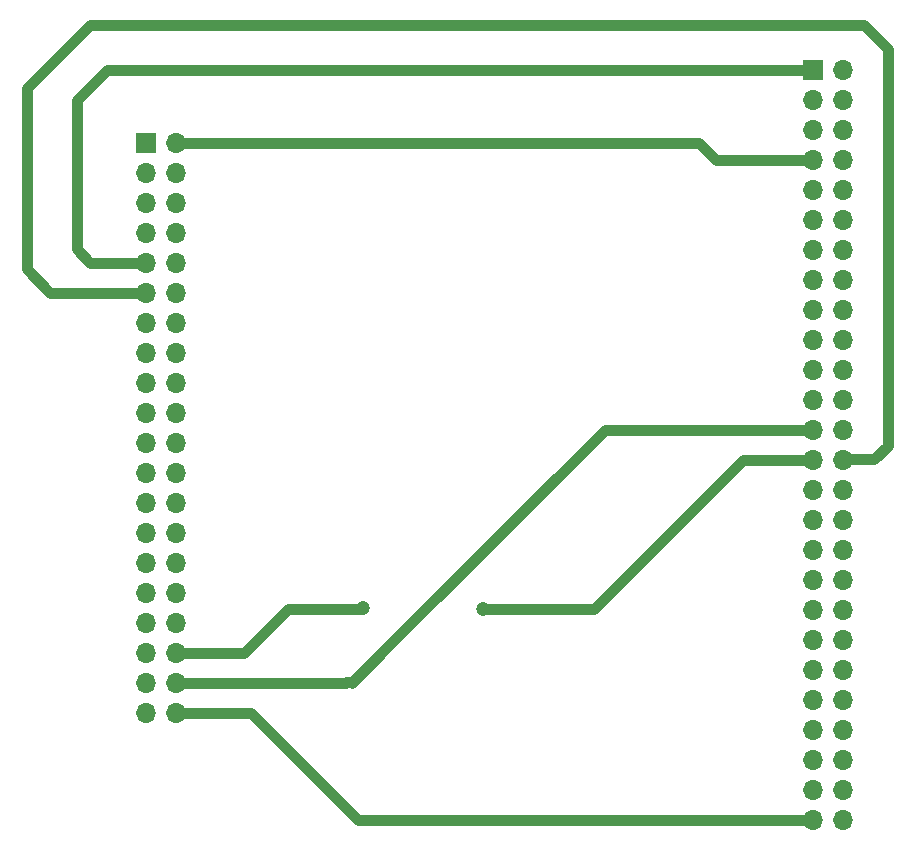
<source format=gbr>
%TF.GenerationSoftware,KiCad,Pcbnew,8.0.0*%
%TF.CreationDate,2024-03-07T15:34:18+01:00*%
%TF.ProjectId,lora,6c6f7261-2e6b-4696-9361-645f70636258,rev?*%
%TF.SameCoordinates,Original*%
%TF.FileFunction,Copper,L2,Bot*%
%TF.FilePolarity,Positive*%
%FSLAX46Y46*%
G04 Gerber Fmt 4.6, Leading zero omitted, Abs format (unit mm)*
G04 Created by KiCad (PCBNEW 8.0.0) date 2024-03-07 15:34:18*
%MOMM*%
%LPD*%
G01*
G04 APERTURE LIST*
%TA.AperFunction,ComponentPad*%
%ADD10R,1.700000X1.700000*%
%TD*%
%TA.AperFunction,ComponentPad*%
%ADD11O,1.700000X1.700000*%
%TD*%
%TA.AperFunction,ViaPad*%
%ADD12C,1.200000*%
%TD*%
%TA.AperFunction,Conductor*%
%ADD13C,0.900000*%
%TD*%
G04 APERTURE END LIST*
D10*
%TO.P,U1,1,1*%
%TO.N,Net-(U1-Pad1)*%
X133160000Y-38700000D03*
D11*
%TO.P,U1,2,2*%
%TO.N,unconnected-(U1-Pad2)*%
X135700000Y-38700000D03*
%TO.P,U1,3,3*%
%TO.N,unconnected-(U1-Pad3)*%
X133160000Y-41240000D03*
%TO.P,U1,4,4*%
%TO.N,unconnected-(U1-Pad4)*%
X135700000Y-41240000D03*
%TO.P,U1,5,5*%
%TO.N,unconnected-(U1-Pad5)*%
X133160000Y-43780000D03*
%TO.P,U1,6,6*%
%TO.N,unconnected-(U1-Pad6)*%
X135700000Y-43780000D03*
%TO.P,U1,7,7*%
%TO.N,Net-(U1-Pad7)*%
X133160000Y-46320000D03*
%TO.P,U1,8,8*%
%TO.N,unconnected-(U1-Pad8)*%
X135700000Y-46320000D03*
%TO.P,U1,9,9*%
%TO.N,unconnected-(U1-Pad9)*%
X133160000Y-48860000D03*
%TO.P,U1,10,10*%
%TO.N,unconnected-(U1-Pad10)*%
X135700000Y-48860000D03*
%TO.P,U1,11,11*%
%TO.N,unconnected-(U1-Pad11)*%
X133160000Y-51400000D03*
%TO.P,U1,12,12*%
%TO.N,unconnected-(U1-Pad12)*%
X135700000Y-51400000D03*
%TO.P,U1,13,13*%
%TO.N,unconnected-(U1-Pad13)*%
X133160000Y-53940000D03*
%TO.P,U1,14,14*%
%TO.N,unconnected-(U1-Pad14)*%
X135700000Y-53940000D03*
%TO.P,U1,15,15*%
%TO.N,unconnected-(U1-Pad15)*%
X133160000Y-56480000D03*
%TO.P,U1,16,16*%
%TO.N,unconnected-(U1-Pad16)*%
X135700000Y-56480000D03*
%TO.P,U1,17,17*%
%TO.N,unconnected-(U1-Pad17)*%
X133160000Y-59020000D03*
%TO.P,U1,18,18*%
%TO.N,unconnected-(U1-Pad18)*%
X135700000Y-59020000D03*
%TO.P,U1,19,19*%
%TO.N,unconnected-(U1-Pad19)*%
X133160000Y-61560000D03*
%TO.P,U1,20,20*%
%TO.N,unconnected-(U1-Pad20)*%
X135700000Y-61560000D03*
%TO.P,U1,21,21*%
%TO.N,unconnected-(U1-Pad21)*%
X133160000Y-64100000D03*
%TO.P,U1,22,22*%
%TO.N,unconnected-(U1-Pad22)*%
X135700000Y-64100000D03*
%TO.P,U1,23,23*%
%TO.N,unconnected-(U1-Pad23)*%
X133160000Y-66640000D03*
%TO.P,U1,24,24*%
%TO.N,unconnected-(U1-Pad24)*%
X135700000Y-66640000D03*
%TO.P,U1,25,25*%
%TO.N,Net-(U1-Pad25)*%
X133160000Y-69180000D03*
%TO.P,U1,26,26*%
%TO.N,unconnected-(U1-Pad26)*%
X135700000Y-69180000D03*
%TO.P,U1,27,27*%
%TO.N,Net-(U1-Pad27)*%
X133160000Y-71720000D03*
%TO.P,U1,28,28*%
%TO.N,Net-(U1-Pad28)*%
X135700000Y-71720000D03*
%TO.P,U1,29,29*%
%TO.N,unconnected-(U1-Pad29)*%
X133160000Y-74260000D03*
%TO.P,U1,30,30*%
%TO.N,unconnected-(U1-Pad30)*%
X135700000Y-74260000D03*
%TO.P,U1,31,31*%
%TO.N,unconnected-(U1-Pad31)*%
X133160000Y-76800000D03*
%TO.P,U1,32,32*%
%TO.N,unconnected-(U1-Pad32)*%
X135700000Y-76800000D03*
%TO.P,U1,33,33*%
%TO.N,unconnected-(U1-Pad33)*%
X133160000Y-79340000D03*
%TO.P,U1,34,34*%
%TO.N,unconnected-(U1-Pad34)*%
X135700000Y-79340000D03*
%TO.P,U1,35,35*%
%TO.N,unconnected-(U1-Pad35)*%
X133160000Y-81880000D03*
%TO.P,U1,36,36*%
%TO.N,unconnected-(U1-Pad36)*%
X135700000Y-81880000D03*
%TO.P,U1,37,37*%
%TO.N,unconnected-(U1-Pad37)*%
X133160000Y-84420000D03*
%TO.P,U1,38,38*%
%TO.N,unconnected-(U1-Pad38)*%
X135700000Y-84420000D03*
%TO.P,U1,39,39*%
%TO.N,unconnected-(U1-Pad39)*%
X133160000Y-86960000D03*
%TO.P,U1,40,40*%
%TO.N,unconnected-(U1-Pad40)*%
X135700000Y-86960000D03*
%TO.P,U1,41,41*%
%TO.N,unconnected-(U1-Pad41)*%
X133160000Y-89500000D03*
%TO.P,U1,42,42*%
%TO.N,unconnected-(U1-Pad42)*%
X135700000Y-89500000D03*
%TO.P,U1,43,43*%
%TO.N,unconnected-(U1-Pad43)*%
X133160000Y-92040000D03*
%TO.P,U1,44,44*%
%TO.N,unconnected-(U1-Pad44)*%
X135700000Y-92040000D03*
%TO.P,U1,45,45*%
%TO.N,unconnected-(U1-Pad45)*%
X133160000Y-94580000D03*
%TO.P,U1,46,46*%
%TO.N,unconnected-(U1-Pad46)*%
X135700000Y-94580000D03*
%TO.P,U1,47,47*%
%TO.N,unconnected-(U1-Pad47)*%
X133160000Y-97120000D03*
%TO.P,U1,48,48*%
%TO.N,unconnected-(U1-Pad48)*%
X135700000Y-97120000D03*
%TO.P,U1,49,49*%
%TO.N,unconnected-(U1-Pad49)*%
X133160000Y-99660000D03*
%TO.P,U1,50,50*%
%TO.N,unconnected-(U1-Pad50)*%
X135700000Y-99660000D03*
%TO.P,U1,51,51*%
%TO.N,Net-(U1-Pad51)*%
X133160000Y-102200000D03*
%TO.P,U1,52,52*%
%TO.N,unconnected-(U1-Pad52)*%
X135700000Y-102200000D03*
%TD*%
%TO.P,U2,40,40*%
%TO.N,Net-(U1-Pad51)*%
X79290000Y-93140000D03*
%TO.P,U2,39,39*%
%TO.N,unconnected-(U2-Pad39)*%
X76750000Y-93140000D03*
%TO.P,U2,38,38*%
%TO.N,Net-(U1-Pad25)*%
X79290000Y-90600000D03*
%TO.P,U2,37,37*%
%TO.N,unconnected-(U2-Pad37)*%
X76750000Y-90600000D03*
%TO.P,U2,36,36*%
%TO.N,Net-(U1-Pad27)*%
X79290000Y-88060000D03*
%TO.P,U2,35,35*%
%TO.N,unconnected-(U2-Pad35)*%
X76750000Y-88060000D03*
%TO.P,U2,34,34*%
%TO.N,unconnected-(U2-Pad34)*%
X79290000Y-85520000D03*
%TO.P,U2,33,33*%
%TO.N,unconnected-(U2-Pad33)*%
X76750000Y-85520000D03*
%TO.P,U2,32,32*%
%TO.N,unconnected-(U2-Pad32)*%
X79290000Y-82980000D03*
%TO.P,U2,31,31*%
%TO.N,unconnected-(U2-Pad31)*%
X76750000Y-82980000D03*
%TO.P,U2,30,30*%
%TO.N,unconnected-(U2-Pad30)*%
X79290000Y-80440000D03*
%TO.P,U2,29,29*%
%TO.N,unconnected-(U2-Pad29)*%
X76750000Y-80440000D03*
%TO.P,U2,28,28*%
%TO.N,unconnected-(U2-Pad28)*%
X79290000Y-77900000D03*
%TO.P,U2,27,27*%
%TO.N,unconnected-(U2-Pad27)*%
X76750000Y-77900000D03*
%TO.P,U2,26,26*%
%TO.N,unconnected-(U2-Pad26)*%
X79290000Y-75360000D03*
%TO.P,U2,25,25*%
%TO.N,unconnected-(U2-Pad25)*%
X76750000Y-75360000D03*
%TO.P,U2,24,24*%
%TO.N,unconnected-(U2-Pad24)*%
X79290000Y-72820000D03*
%TO.P,U2,23,23*%
%TO.N,unconnected-(U2-Pad23)*%
X76750000Y-72820000D03*
%TO.P,U2,22,22*%
%TO.N,unconnected-(U2-Pad22)*%
X79290000Y-70280000D03*
%TO.P,U2,21,21*%
%TO.N,unconnected-(U2-Pad21)*%
X76750000Y-70280000D03*
%TO.P,U2,20,20*%
%TO.N,unconnected-(U2-Pad20)*%
X79290000Y-67740000D03*
%TO.P,U2,19,19*%
%TO.N,unconnected-(U2-Pad19)*%
X76750000Y-67740000D03*
%TO.P,U2,18,18*%
%TO.N,unconnected-(U2-Pad18)*%
X79290000Y-65200000D03*
%TO.P,U2,17,17*%
%TO.N,unconnected-(U2-Pad17)*%
X76750000Y-65200000D03*
%TO.P,U2,16,16*%
%TO.N,unconnected-(U2-Pad16)*%
X79290000Y-62660000D03*
%TO.P,U2,15,15*%
%TO.N,unconnected-(U2-Pad15)*%
X76750000Y-62660000D03*
%TO.P,U2,14,14*%
%TO.N,unconnected-(U2-Pad14)*%
X79290000Y-60120000D03*
%TO.P,U2,13,13*%
%TO.N,unconnected-(U2-Pad13)*%
X76750000Y-60120000D03*
%TO.P,U2,12,12*%
%TO.N,unconnected-(U2-Pad12)*%
X79290000Y-57580000D03*
%TO.P,U2,11,11*%
%TO.N,Net-(U1-Pad28)*%
X76750000Y-57580000D03*
%TO.P,U2,10,10*%
%TO.N,unconnected-(U2-Pad10)*%
X79290000Y-55040000D03*
%TO.P,U2,9,9*%
%TO.N,Net-(U1-Pad1)*%
X76750000Y-55040000D03*
%TO.P,U2,8,8*%
%TO.N,unconnected-(U2-Pad8)*%
X79290000Y-52500000D03*
%TO.P,U2,7,7*%
%TO.N,unconnected-(U2-Pad7)*%
X76750000Y-52500000D03*
%TO.P,U2,6,6*%
%TO.N,unconnected-(U2-Pad6)*%
X79290000Y-49960000D03*
%TO.P,U2,5,5*%
%TO.N,unconnected-(U2-Pad5)*%
X76750000Y-49960000D03*
%TO.P,U2,4,4*%
%TO.N,unconnected-(U2-Pad4)*%
X79290000Y-47420000D03*
%TO.P,U2,3,3*%
%TO.N,unconnected-(U2-Pad3)*%
X76750000Y-47420000D03*
%TO.P,U2,2,2*%
%TO.N,Net-(U1-Pad7)*%
X79290000Y-44880000D03*
D10*
%TO.P,U2,1,1*%
%TO.N,unconnected-(U2-Pad1)*%
X76750000Y-44880000D03*
%TD*%
D12*
%TO.N,Net-(U1-Pad27)*%
X95072200Y-84302600D03*
X105206800Y-84328000D03*
%TD*%
D13*
%TO.N,Net-(U1-Pad27)*%
X129489200Y-71720000D02*
X127238200Y-71720000D01*
X133160000Y-71720000D02*
X129489200Y-71720000D01*
X105252000Y-84350000D02*
X105206800Y-84328000D01*
X127238200Y-71720000D02*
X114608200Y-84350000D01*
X114608200Y-84350000D02*
X105252000Y-84350000D01*
%TO.N,Net-(U1-Pad25)*%
X93610000Y-90600000D02*
X79290000Y-90600000D01*
X93650000Y-90560000D02*
X93610000Y-90600000D01*
X97300300Y-87419700D02*
X94120000Y-90600000D01*
X97300300Y-87419700D02*
X94160000Y-90560000D01*
X115540000Y-69180000D02*
X97300300Y-87419700D01*
%TO.N,Net-(U1-Pad27)*%
X95097600Y-84328000D02*
X95098000Y-84328000D01*
X95072200Y-84302600D02*
X95097600Y-84328000D01*
X95046800Y-84328000D02*
X95072200Y-84302600D01*
X105208000Y-84350000D02*
X105206800Y-84328000D01*
X105230000Y-84350000D02*
X105208000Y-84350000D01*
%TO.N,Net-(U1-Pad28)*%
X68629000Y-57580000D02*
X76750000Y-57580000D01*
X66649600Y-55600600D02*
X68629000Y-57580000D01*
X71932800Y-34925000D02*
X66649600Y-40208200D01*
X137515600Y-34925000D02*
X71932800Y-34925000D01*
X139522200Y-36931600D02*
X137515600Y-34925000D01*
X66649600Y-40208200D02*
X66649600Y-55600600D01*
X139522200Y-70535800D02*
X139522200Y-36931600D01*
X135741200Y-71678800D02*
X138379200Y-71678800D01*
X135700000Y-71720000D02*
X135741200Y-71678800D01*
X138379200Y-71678800D02*
X139522200Y-70535800D01*
%TO.N,Net-(U1-Pad1)*%
X70840600Y-41300400D02*
X73441000Y-38700000D01*
X70840600Y-53873400D02*
X70840600Y-41300400D01*
X72007200Y-55040000D02*
X70840600Y-53873400D01*
X76750000Y-55040000D02*
X72007200Y-55040000D01*
X73441000Y-38700000D02*
X133160000Y-38700000D01*
%TO.N,Net-(U1-Pad7)*%
X124983800Y-46320000D02*
X133160000Y-46320000D01*
X79290000Y-44880000D02*
X123543800Y-44880000D01*
X123543800Y-44880000D02*
X124983800Y-46320000D01*
%TO.N,Net-(U1-Pad27)*%
X88772000Y-84328000D02*
X95046800Y-84328000D01*
X85040000Y-88060000D02*
X88772000Y-84328000D01*
X79290000Y-88060000D02*
X85040000Y-88060000D01*
%TO.N,Net-(U1-Pad25)*%
X94160000Y-90560000D02*
X93650000Y-90560000D01*
X133160000Y-69180000D02*
X115540000Y-69180000D01*
%TO.N,Net-(U1-Pad51)*%
X94630000Y-102200000D02*
X133160000Y-102200000D01*
X79290000Y-93140000D02*
X85570000Y-93140000D01*
X85570000Y-93140000D02*
X94630000Y-102200000D01*
%TD*%
M02*

</source>
